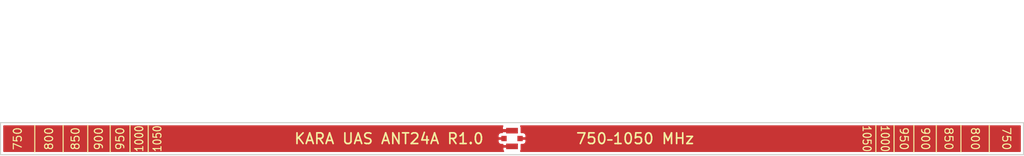
<source format=kicad_pcb>
(kicad_pcb (version 20240108) (generator "pcbnew") (generator_version "8.0")
  (title_block (title "ANT24A") (date "2024-02-28") (rev "1.0"))
  (layers (0 "F.Cu" signal) (31 "B.Cu" signal) (34 "B.Paste" user) (35 "F.Paste" user) (36 "B.SilkS" user "B.Silkscreen") (37 "F.SilkS" user "F.Silkscreen") (38 "B.Mask" user) (39 "F.Mask" user) (44 "Edge.Cuts" user))
  (net 0 "")
  (net 1 "RF")
  (net 2 "GND")
  (footprint "bc-connector:MOLEX-73412-0110_R" (layer "F.Cu") (at 147 102.975 90)
    (property "Reference" "JP1" (hide yes))
    (property "Value" "~")
    (pad "1" smd rect (at 0 1.5 90) (size 1 1) (layers "F.Cu" "F.Mask") (net 1 "RF"))
    (pad "2" smd rect (at 1.475 0 180) (size 2.2 1.05) (layers "F.Cu" "F.Mask") (net 2 "GND") (thermal_bridge_width 0.6) (thermal_gap 0.6))
    (pad "3" smd rect (at 0 -1.5 90) (size 1 1) (layers "F.Cu" "F.Mask") (net 2 "GND"))
    (pad "4" smd rect (at -1.475 0 180) (size 2.2 1.05) (layers "F.Cu" "F.Mask") (net 2 "GND"))
  )
  (gr_line (start 236.2 100.5) (end 236.2 105.5) (stroke (width 0.2)) (layer "F.SilkS"))
  (gr_line (start 67.7 100.5) (end 67.7 105.5) (stroke (width 0.2)) (layer "F.SilkS"))
  (gr_line (start 222.1 100.5) (end 222.1 105.5) (stroke (width 0.2)) (layer "F.SilkS"))
  (gr_line (start 218.4 100.5) (end 218.4 105.5) (stroke (width 0.2)) (layer "F.SilkS"))
  (gr_line (start 215 100.5) (end 215 105.5) (stroke (width 0.2)) (layer "F.SilkS"))
  (gr_line (start 63.1 100.5) (end 63.1 105.5) (stroke (width 0.2)) (layer "F.SilkS"))
  (gr_line (start 57.8 105.5) (end 57.8 100.5) (stroke (width 0.2)) (layer "F.SilkS"))
  (gr_line (start 226.3 100.5) (end 226.3 105.5) (stroke (width 0.2)) (layer "F.SilkS"))
  (gr_line (start 230.9 100.5) (end 230.9 105.5) (stroke (width 0.2)) (layer "F.SilkS"))
  (gr_line (start 75.6 100.5) (end 75.6 105.5) (stroke (width 0.2)) (layer "F.SilkS"))
  (gr_line (start 79 100.5) (end 79 105.5) (stroke (width 0.2)) (layer "F.SilkS"))
  (gr_line (start 71.9 100.5) (end 71.9 105.5) (stroke (width 0.2)) (layer "F.SilkS"))
  (gr_line (start 242.6 106) (end 242.6 100) (stroke (width 0.2)) (layer "Edge.Cuts"))
  (gr_line (start 51.4 106) (end 242.6 106) (stroke (width 0.2)) (layer "Edge.Cuts"))
  (gr_line (start 51.4 100) (end 242.6 100) (stroke (width 0.2)) (layer "Edge.Cuts"))
  (gr_line (start 51.4 100) (end 51.4 106) (stroke (width 0.2)) (layer "Edge.Cuts"))
  (gr_text "900" (at 224.25 103 -90) (layer "F.SilkS") (effects (font (size 1.5 1.5) (thickness 0.2) (bold yes))))
  (gr_text "750" (at 54.6 103 90) (layer "F.SilkS") (effects (font (size 1.5 1.5) (thickness 0.2) (bold yes))))
  (gr_text "900" (at 69.75 103 90) (layer "F.SilkS") (effects (font (size 1.5 1.5) (thickness 0.2) (bold yes))))
  (gr_text "750" (at 239.4 102.999998 -90) (layer "F.SilkS") (effects (font (size 1.5 1.5) (thickness 0.2) (bold yes))))
  (gr_text "950" (at 73.75 103 90) (layer "F.SilkS") (effects (font (size 1.5 1.5) (thickness 0.2) (bold yes))))
  (gr_text "1050" (at 80.7 103 90) (layer "F.SilkS") (effects (font (size 1.5 1.3) (thickness 0.2) (bold yes))))
  (gr_text "950" (at 220.25 103 -90) (layer "F.SilkS") (effects (font (size 1.5 1.5) (thickness 0.2) (bold yes))))
  (gr_text "1000" (at 216.7 103 -90) (layer "F.SilkS") (effects (font (size 1.5 1.3) (thickness 0.2) (bold yes))))
  (gr_text "1000" (at 77.3 103 90) (layer "F.SilkS") (effects (font (size 1.5 1.3) (thickness 0.2) (bold yes))))
  (gr_text "800" (at 60.45 103 90) (layer "F.SilkS") (effects (font (size 1.5 1.5) (thickness 0.2) (bold yes))))
  (gr_text "850" (at 228.6 103 -90) (layer "F.SilkS") (effects (font (size 1.5 1.5) (thickness 0.2) (bold yes))))
  (gr_text "850" (at 65.4 103 90) (layer "F.SilkS") (effects (font (size 1.5 1.5) (thickness 0.2) (bold yes))))
  (gr_text "800" (at 233.55 103 -90) (layer "F.SilkS") (effects (font (size 1.5 1.5) (thickness 0.2) (bold yes))))
  (gr_text "750–1050 MHz" (at 170 103 0) (layer "F.SilkS") (effects (font (size 2 2) (thickness 0.3) (bold yes))))
  (gr_text "1050" (at 213.3 103 -90) (layer "F.SilkS") (effects (font (size 1.5 1.3) (thickness 0.2) (bold yes))))
  (gr_text "KARA UAS ANT24A R1.0" (at 124 103 0) (layer "F.SilkS") (effects (font (size 2 2) (thickness 0.3) (bold yes))))
  (zone (net 1) (net_name "RF") (layer "F.Cu") (priority 1) (connect_pads (clearance 0.5)) (min_thickness 0.25) (fill yes (thermal_gap 0.5) (thermal_bridge_width 0.5))
    (polygon (pts (xy 242.1 100.5) (xy 242.1 105.5) (xy 148.5 105.5) (xy 148.5 100.5)))
  )
  (zone (net 2) (net_name "GND") (layer "F.Cu") (connect_pads (clearance 0.5)) (min_thickness 0.25) (fill yes (thermal_gap 0.5) (thermal_bridge_width 0.5))
    (polygon (pts (xy 147 100.5) (xy 147 102) (xy 146 102) (xy 146 104) (xy 147 104) (xy 147 105.5) (xy 51.9 105.5) (xy 51.9 100.5)))
  )
)
</source>
